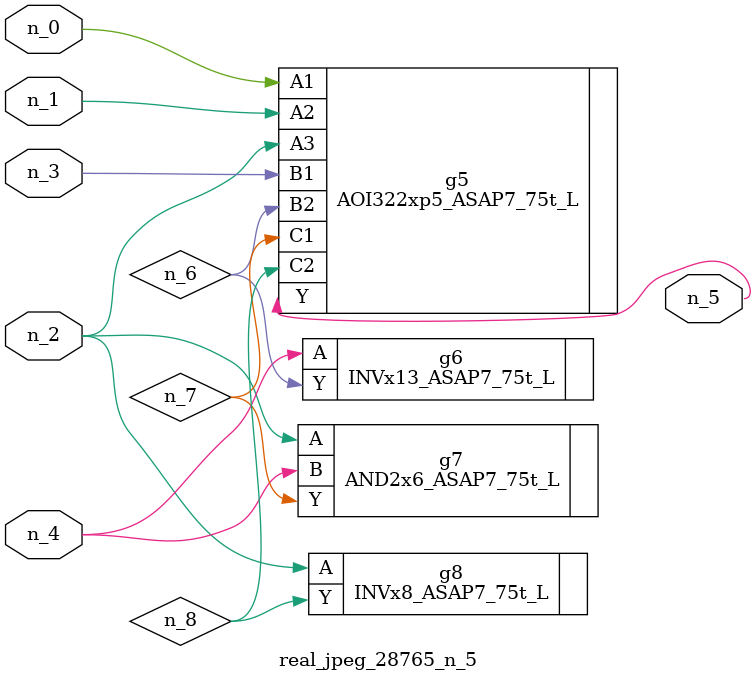
<source format=v>
module real_jpeg_28765_n_5 (n_4, n_0, n_1, n_2, n_3, n_5);

input n_4;
input n_0;
input n_1;
input n_2;
input n_3;

output n_5;

wire n_8;
wire n_6;
wire n_7;

AOI322xp5_ASAP7_75t_L g5 ( 
.A1(n_0),
.A2(n_1),
.A3(n_2),
.B1(n_3),
.B2(n_6),
.C1(n_7),
.C2(n_8),
.Y(n_5)
);

AND2x6_ASAP7_75t_L g7 ( 
.A(n_2),
.B(n_4),
.Y(n_7)
);

INVx8_ASAP7_75t_L g8 ( 
.A(n_2),
.Y(n_8)
);

INVx13_ASAP7_75t_L g6 ( 
.A(n_4),
.Y(n_6)
);


endmodule
</source>
